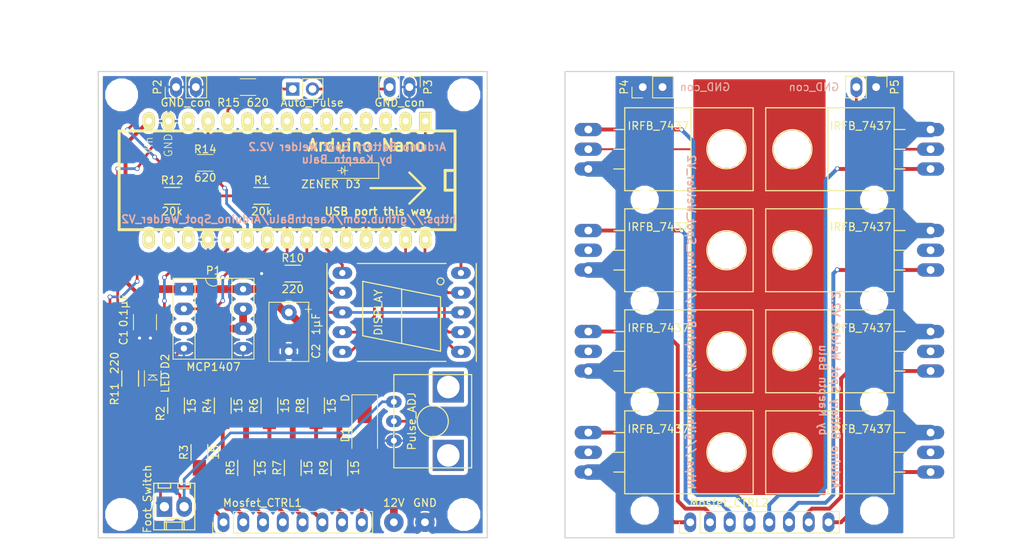
<source format=kicad_pcb>
(kicad_pcb (version 4) (host pcbnew 4.0.4-stable)
  (layers (0 F.Cu signal) (31 B.Cu signal) (34 B.Paste user) (35 F.Paste user) (36 B.SilkS user) (37 F.SilkS user) (38 B.Mask user) (39 F.Mask user) (44 Edge.Cuts user))
  (net 0 "")
  (net 1 /Vin)
  (net 2 GND)
  (net 3 +12V)
  (net 4 "Net-(D2-Pad2)")
  (net 5 /D10)
  (net 6 /D9)
  (net 7 "Net-(DISPLAY1-Pad3)")
  (net 8 /D8)
  (net 9 /D13)
  (net 10 /D7)
  (net 11 /D6)
  (net 12 /D11)
  (net 13 /D12)
  (net 14 "Net-(Foot_Switch1-Pad1)")
  (net 15 +5V)
  (net 16 "Net-(Mosfet_CTRL1-Pad1)")
  (net 17 "Net-(Mosfet_CTRL1-Pad2)")
  (net 18 "Net-(Mosfet_CTRL1-Pad3)")
  (net 19 "Net-(Mosfet_CTRL1-Pad4)")
  (net 20 "Net-(Mosfet_CTRL1-Pad5)")
  (net 21 "Net-(Mosfet_CTRL1-Pad6)")
  (net 22 "Net-(Mosfet_CTRL1-Pad7)")
  (net 23 "Net-(Mosfet_CTRL1-Pad8)")
  (net 24 /D5)
  (net 25 "Net-(P1-Pad6)")
  (net 26 "Net-(P1-Pad3)")
  (net 27 "Net-(R11-Pad2)")
  (net 28 "Net-(U1-Pad2)")
  (net 29 "Net-(U1-Pad3)")
  (net 30 "Net-(U1-Pad5)")
  (net 31 "Net-(U1-Pad6)")
  (net 32 "Net-(U1-Pad7)")
  (net 33 "Net-(U1-Pad8)")
  (net 34 "Net-(U1-Pad9)")
  (net 35 "Net-(U1-Pad10)")
  (net 36 "Net-(U1-Pad13)")
  (net 37 "Net-(U1-Pad16)")
  (net 38 "Net-(U1-Pad17)")
  (net 39 "Net-(U1-Pad18)")
  (net 40 "Net-(Mosfet_CTRL2-Pad1)")
  (net 41 "Net-(Mosfet_CTRL2-Pad2)")
  (net 42 "Net-(Mosfet_CTRL2-Pad3)")
  (net 43 "Net-(Mosfet_CTRL2-Pad4)")
  (net 44 "Net-(Mosfet_CTRL2-Pad5)")
  (net 45 "Net-(Mosfet_CTRL2-Pad6)")
  (net 46 "Net-(Mosfet_CTRL2-Pad7)")
  (net 47 "Net-(Mosfet_CTRL2-Pad8)")
  (net 48 /battery_minus)
  (net 49 /Probe)
  (net 50 /A7)
  (net 51 "Net-(U1-Pad4)")
  (net 52 "Net-(Auto_Pulse1-Pad1)")
  (net 53 "Net-(Auto_Pulse1-Pad2)")
  (net 54 /D3)
  (module pots_own:TO-220__long_Neutral123_Horizontal_LargePads (layer F.Cu) (at 134 80 270)
    (fp_text reference Q5 hide)
    (fp_text value IRFB_7437 (at -3 -8 360) (layer F.SilkS))
    (pad 2 thru_hole oval (at 0 1) (size 3.50012 1.69926) (drill 1.00076) (layers *.Cu *.Mask) (net 49 /Probe))
    (pad 1 thru_hole oval (at -2.54 1) (size 3.50012 1.69926) (drill 1.00076) (layers *.Cu *.Mask) (net 43 "Net-(Mosfet_CTRL2-Pad4)"))
    (pad 3 thru_hole oval (at 2.54 1) (size 3.50012 1.69926) (drill 1.00076) (layers *.Cu *.Mask) (net 48 /battery_minus))
    (pad "" np_thru_hole circle (at 0 -16.764) (size 3.79984 3.79984) (drill 3.79984) (layers *.Cu *.Mask))
  )
  (module Mounting_Holes:MountingHole_2.5mm (layer F.Cu) (at 169.75 86.5)
    (fp_text reference REF** hide)
    (fp_text value 2.6mm)
    (pad "" np_thru_hole circle (at 0 0) (size 2.6 2.6) (drill 2.6) (layers *.Cu *.Mask))
  )
  (module Mounting_Holes:MountingHole_2.5mm (layer F.Cu) (at 169.75 99.5)
    (fp_text reference REF** hide)
    (fp_text value 2.6mm)
    (pad "" np_thru_hole circle (at 0 0) (size 2.6 2.6) (drill 2.6) (layers *.Cu *.Mask))
  )
  (module Mounting_Holes:MountingHole_2.5mm (layer F.Cu) (at 169.75 112.5)
    (fp_text reference REF** hide)
    (fp_text value 2.6mm)
    (pad "" np_thru_hole circle (at 0 0) (size 2.6 2.6) (drill 2.6) (layers *.Cu *.Mask))
  )
  (module Mounting_Holes:MountingHole_2.5mm (layer F.Cu) (at 169.75 126.5)
    (fp_text reference REF** hide)
    (fp_text value 2.6mm)
    (pad "" np_thru_hole circle (at 0 0) (size 2.6 2.6) (drill 2.6) (layers *.Cu *.Mask))
  )
  (module Mounting_Holes:MountingHole_2.5mm (layer F.Cu) (at 140.25 126.5)
    (fp_text reference REF** hide)
    (fp_text value 2.6mm)
    (pad "" np_thru_hole circle (at 0 0) (size 2.6 2.6) (drill 2.6) (layers *.Cu *.Mask))
  )
  (module Mounting_Holes:MountingHole_2.5mm (layer F.Cu) (at 140.25 112.5)
    (fp_text reference REF** hide)
    (fp_text value 2.6mm)
    (pad "" np_thru_hole circle (at 0 0) (size 2.6 2.6) (drill 2.6) (layers *.Cu *.Mask))
  )
  (module Mounting_Holes:MountingHole_2.5mm (layer F.Cu) (at 140.25 99.5)
    (fp_text reference REF** hide)
    (fp_text value 2.6mm)
    (pad "" np_thru_hole circle (at 0 0) (size 2.6 2.6) (drill 2.6) (layers *.Cu *.Mask))
  )
  (module Mounting_Holes:MountingHole_3.2mm_M3 (layer F.Cu) (at 133 127)
    (fp_text reference REF** hide)
    (fp_text value 3.2mm hide)
    (pad 1 np_thru_hole circle (at 0 0) (size 3.2 3.2) (drill 3.2) (layers *.Cu *.Mask))
  )
  (module Mounting_Holes:MountingHole_3.2mm_M3 (layer F.Cu) (at 177 127)
    (fp_text reference REF** hide)
    (fp_text value 3.2mm hide)
    (pad 1 np_thru_hole circle (at 0 0) (size 3.2 3.2) (drill 3.2) (layers *.Cu *.Mask))
  )
  (module Mounting_Holes:MountingHole_3.2mm_M3 (layer F.Cu) (at 177 73)
    (fp_text reference REF** hide)
    (fp_text value 3.2mm hide)
    (pad 1 np_thru_hole circle (at 0 0) (size 3.2 3.2) (drill 3.2) (layers *.Cu *.Mask))
  )
  (module Capacitors_ThroughHole:C_Disc_D7.5mm_W5.0mm_P5.00mm (layer F.Cu) (at 94.5 101 270)
    (fp_text reference C2 (at 5 -3.5 270) (layer F.SilkS))
    (fp_text value 1µF (at 1.5 -3.5 270) (layer F.SilkS))
    (pad 1 thru_hole circle (at 0 0 270) (size 2 2) (drill 1) (layers *.Cu *.Mask) (net 1 /Vin))
    (pad 2 thru_hole circle (at 5 0 270) (size 2 2) (drill 1) (layers *.Cu *.Mask) (net 2 GND))
  )
  (module Displays_7-Segment:7SegmentLED_LTS6760_LTS6780 (layer F.Cu) (at 109 101 90)
    (fp_text reference DISPLAY (at 0 -3 90) (layer F.SilkS))
    (fp_text value 7SEGMENTS)
    (pad 1 thru_hole oval (at -5.08 7.62 90) (size 1.524 2.524) (drill 0.8) (layers *.Cu *.Mask) (net 5 /D10))
    (pad 2 thru_hole oval (at -2.54 7.62 90) (size 1.524 2.524) (drill 0.8) (layers *.Cu *.Mask) (net 6 /D9))
    (pad 3 thru_hole oval (at 0 7.62 90) (size 1.524 2.524) (drill 0.8) (layers *.Cu *.Mask) (net 7 "Net-(DISPLAY1-Pad3)"))
    (pad 4 thru_hole oval (at 2.54 7.62 90) (size 1.524 2.524) (drill 0.8) (layers *.Cu *.Mask) (net 8 /D8))
    (pad 5 thru_hole oval (at 5.08 7.62 90) (size 1.524 2.524) (drill 0.8) (layers *.Cu *.Mask) (net 9 /D13))
    (pad 6 thru_hole oval (at 5.08 -7.62 90) (size 1.524 2.524) (drill 0.8) (layers *.Cu *.Mask) (net 10 /D7))
    (pad 7 thru_hole oval (at 2.54 -7.62 90) (size 1.524 2.524) (drill 0.8) (layers *.Cu *.Mask) (net 11 /D6))
    (pad 8 thru_hole oval (at 0 -7.62 90) (size 1.524 2.524) (drill 0.8) (layers *.Cu *.Mask) (net 7 "Net-(DISPLAY1-Pad3)"))
    (pad 9 thru_hole oval (at -2.54 -7.62 90) (size 1.524 2.524) (drill 0.8) (layers *.Cu *.Mask) (net 12 /D11))
    (pad 10 thru_hole oval (at -5.08 -7.62 90) (size 1.524 2.524) (drill 0.8) (layers *.Cu *.Mask) (net 13 /D12))
  )
  (module Connectors_Molex:Molex_KK-6410-02_02x2.54mm_Straight (layer F.Cu) (at 78.5 126)
    (fp_text reference Foot_Switch (at -2.2 -1 90) (layer F.SilkS))
    (fp_text value CONN_01X02 hide)
    (pad 1 thru_hole rect (at 0 0) (size 2 2.6) (drill 1.2) (layers *.Cu *.Mask) (net 14 "Net-(Foot_Switch1-Pad1)"))
    (pad 2 thru_hole oval (at 2.54 0) (size 2 2.6) (drill 1.2) (layers *.Cu *.Mask) (net 15 +5V))
  )
  (module Housings_DIP:DIP-8_W7.62mm_Socket_LongPads (layer F.Cu) (at 81 98)
    (fp_text reference P1 (at 3.81 -2.39) (layer F.SilkS))
    (fp_text value MCP1407 (at 3.81 10.01) (layer F.SilkS))
    (pad 1 thru_hole rect (at 0 0) (size 2.4 1.6) (drill 0.8) (layers *.Cu *.Mask) (net 1 /Vin))
    (pad 5 thru_hole oval (at 7.62 7.62) (size 2.4 1.6) (drill 0.8) (layers *.Cu *.Mask) (net 2 GND))
    (pad 2 thru_hole oval (at 0 2.54) (size 2.4 1.6) (drill 0.8) (layers *.Cu *.Mask) (net 24 /D5))
    (pad 6 thru_hole oval (at 7.62 5.08) (size 2.4 1.6) (drill 0.8) (layers *.Cu *.Mask) (net 25 "Net-(P1-Pad6)"))
    (pad 3 thru_hole oval (at 0 5.08) (size 2.4 1.6) (drill 0.8) (layers *.Cu *.Mask) (net 26 "Net-(P1-Pad3)"))
    (pad 7 thru_hole oval (at 7.62 2.54) (size 2.4 1.6) (drill 0.8) (layers *.Cu *.Mask) (net 25 "Net-(P1-Pad6)"))
    (pad 4 thru_hole oval (at 0 7.62) (size 2.4 1.6) (drill 0.8) (layers *.Cu *.Mask) (net 2 GND))
    (pad 8 thru_hole oval (at 7.62 0) (size 2.4 1.6) (drill 0.8) (layers *.Cu *.Mask) (net 1 /Vin))
  )
  (module Pin_Headers:Pin_Header_Straight_1x02_Pitch2.54mm (layer F.Cu) (at 80 72 90)
    (fp_text reference P2 (at 0 -2.39 90) (layer F.SilkS))
    (fp_text value GND_con (at -2 1.25 180) (layer F.SilkS))
    (pad 1 thru_hole oval (at 0 0 90) (size 2.52 1.52) (drill 1) (layers *.Cu *.Mask) (net 2 GND))
    (pad 2 thru_hole oval (at 0 2.54 90) (size 2.52 1.52) (drill 1) (layers *.Cu *.Mask) (net 2 GND))
  )
  (module Pin_Headers:Pin_Header_Straight_1x02_Pitch2.54mm (layer F.Cu) (at 110 72 270)
    (fp_text reference P3 (at 0 -2.39 270) (layer F.SilkS))
    (fp_text value GND_con (at 2 1.25 360) (layer F.SilkS))
    (pad 1 thru_hole oval (at 0 0 270) (size 2.52 1.52) (drill 1) (layers *.Cu *.Mask) (net 2 GND))
    (pad 2 thru_hole oval (at 0 2.54 270) (size 2.52 1.52) (drill 1) (layers *.Cu *.Mask) (net 53 "Net-(Auto_Pulse1-Pad2)"))
  )
  (module pots_own:RK09K1130A5R (layer F.Cu) (at 108 115 270)
    (fp_text reference Pulse_ADJ (at 0 -2.3 270) (layer F.SilkS))
    (fp_text value POT)
    (pad 1 thru_hole oval (at -2.5 0 270) (size 1.524 2) (drill 0.762) (layers *.Cu *.Mask) (net 15 +5V))
    (pad 2 thru_hole oval (at 0 0 270) (size 1.524 2) (drill 0.762) (layers *.Cu *.Mask) (net 50 /A7))
    (pad 3 thru_hole oval (at 2.5 0 270) (size 1.524 2) (drill 0.762) (layers *.Cu *.Mask) (net 2 GND))
    (pad "" np_thru_hole rect (at 4.4 -7 270) (size 4 4) (drill 2.9) (layers *.Cu *.Mask))
    (pad "" np_thru_hole rect (at -4.4 -7 270) (size 4 4) (drill 2.9) (layers *.Cu *.Mask))
  )
  (module Resistors_SMD:R_1206_HandSoldering (layer F.Cu) (at 91 86)
    (fp_text reference R1 (at 0 -2) (layer F.SilkS))
    (fp_text value 20k (at 0 2) (layer F.SilkS))
    (pad 1 smd rect (at -2 0) (size 2 1.7) (layers F.Cu F.Paste F.Mask) (net 2 GND))
    (pad 2 smd rect (at 2 0) (size 2 1.7) (layers F.Cu F.Paste F.Mask) (net 24 /D5))
  )
  (module Resistors_SMD:R_1206_HandSoldering (layer F.Cu) (at 80 113 90)
    (fp_text reference R2 (at -1 -2 90) (layer F.SilkS))
    (fp_text value 15 (at 0 2 90) (layer F.SilkS))
    (pad 1 smd rect (at -2 0 90) (size 2 1.7) (layers F.Cu F.Paste F.Mask) (net 16 "Net-(Mosfet_CTRL1-Pad1)"))
    (pad 2 smd rect (at 2 0 90) (size 2 1.7) (layers F.Cu F.Paste F.Mask) (net 25 "Net-(P1-Pad6)"))
  )
  (module Resistors_SMD:R_1206_HandSoldering (layer F.Cu) (at 83 119 90)
    (fp_text reference R3 (at 0 -2 90) (layer F.SilkS))
    (fp_text value 15 (at 0 2 90) (layer F.SilkS))
    (pad 1 smd rect (at -2 0 90) (size 2 1.7) (layers F.Cu F.Paste F.Mask) (net 17 "Net-(Mosfet_CTRL1-Pad2)"))
    (pad 2 smd rect (at 2 0 90) (size 2 1.7) (layers F.Cu F.Paste F.Mask) (net 25 "Net-(P1-Pad6)"))
  )
  (module Resistors_SMD:R_1206_HandSoldering (layer F.Cu) (at 86 113 90)
    (fp_text reference R4 (at 0 -2 90) (layer F.SilkS))
    (fp_text value 15 (at 0 2 90) (layer F.SilkS))
    (pad 1 smd rect (at -2 0 90) (size 2 1.7) (layers F.Cu F.Paste F.Mask) (net 18 "Net-(Mosfet_CTRL1-Pad3)"))
    (pad 2 smd rect (at 2 0 90) (size 2 1.7) (layers F.Cu F.Paste F.Mask) (net 25 "Net-(P1-Pad6)"))
  )
  (module Resistors_SMD:R_1206_HandSoldering (layer F.Cu) (at 89 121 90)
    (fp_text reference R5 (at 0 -2 90) (layer F.SilkS))
    (fp_text value 15 (at 0 2 90) (layer F.SilkS))
    (pad 1 smd rect (at -2 0 90) (size 2 1.7) (layers F.Cu F.Paste F.Mask) (net 19 "Net-(Mosfet_CTRL1-Pad4)"))
    (pad 2 smd rect (at 2 0 90) (size 2 1.7) (layers F.Cu F.Paste F.Mask) (net 25 "Net-(P1-Pad6)"))
  )
  (module Resistors_SMD:R_1206_HandSoldering (layer F.Cu) (at 92 113 90)
    (fp_text reference R6 (at 0 -2 90) (layer F.SilkS))
    (fp_text value 15 (at 0 2 90) (layer F.SilkS))
    (pad 1 smd rect (at -2 0 90) (size 2 1.7) (layers F.Cu F.Paste F.Mask) (net 20 "Net-(Mosfet_CTRL1-Pad5)"))
    (pad 2 smd rect (at 2 0 90) (size 2 1.7) (layers F.Cu F.Paste F.Mask) (net 25 "Net-(P1-Pad6)"))
  )
  (module Resistors_SMD:R_1206_HandSoldering (layer F.Cu) (at 95 121 90)
    (fp_text reference R7 (at 0 -2 90) (layer F.SilkS))
    (fp_text value 15 (at 0 2 90) (layer F.SilkS))
    (pad 1 smd rect (at -2 0 90) (size 2 1.7) (layers F.Cu F.Paste F.Mask) (net 21 "Net-(Mosfet_CTRL1-Pad6)"))
    (pad 2 smd rect (at 2 0 90) (size 2 1.7) (layers F.Cu F.Paste F.Mask) (net 25 "Net-(P1-Pad6)"))
  )
  (module Resistors_SMD:R_1206_HandSoldering (layer F.Cu) (at 98 113 90)
    (fp_text reference R8 (at 0 -2 90) (layer F.SilkS))
    (fp_text value 15 (at 0 2 90) (layer F.SilkS))
    (pad 1 smd rect (at -2 0 90) (size 2 1.7) (layers F.Cu F.Paste F.Mask) (net 22 "Net-(Mosfet_CTRL1-Pad7)"))
    (pad 2 smd rect (at 2 0 90) (size 2 1.7) (layers F.Cu F.Paste F.Mask) (net 25 "Net-(P1-Pad6)"))
  )
  (module Resistors_SMD:R_1206_HandSoldering (layer F.Cu) (at 101 121 90)
    (fp_text reference R9 (at 0 -2 90) (layer F.SilkS))
    (fp_text value 15 (at 0 2 90) (layer F.SilkS))
    (pad 1 smd rect (at -2 0 90) (size 2 1.7) (layers F.Cu F.Paste F.Mask) (net 23 "Net-(Mosfet_CTRL1-Pad8)"))
    (pad 2 smd rect (at 2 0 90) (size 2 1.7) (layers F.Cu F.Paste F.Mask) (net 25 "Net-(P1-Pad6)"))
  )
  (module Resistors_SMD:R_1206_HandSoldering (layer F.Cu) (at 95 96)
    (fp_text reference R10 (at 0 -2) (layer F.SilkS))
    (fp_text value 220 (at 0 2) (layer F.SilkS))
    (pad 1 smd rect (at -2 0) (size 2 1.7) (layers F.Cu F.Paste F.Mask) (net 2 GND))
    (pad 2 smd rect (at 2 0) (size 2 1.7) (layers F.Cu F.Paste F.Mask) (net 7 "Net-(DISPLAY1-Pad3)"))
  )
  (module Resistors_SMD:R_1206_HandSoldering (layer F.Cu) (at 74.1 109.5 90)
    (fp_text reference R11 (at -2 -2 90) (layer F.SilkS))
    (fp_text value 220 (at 2 -2 90) (layer F.SilkS))
    (pad 1 smd rect (at -2 0 90) (size 2 1.7) (layers F.Cu F.Paste F.Mask) (net 4 "Net-(D2-Pad2)"))
    (pad 2 smd rect (at 2 0 90) (size 2 1.7) (layers F.Cu F.Paste F.Mask) (net 27 "Net-(R11-Pad2)"))
  )
  (module Resistors_SMD:R_1206_HandSoldering (layer F.Cu) (at 79.5 86 180)
    (fp_text reference R12 (at 0 2 180) (layer F.SilkS))
    (fp_text value 20k (at 0 -2 180) (layer F.SilkS))
    (pad 1 smd rect (at -2 0 180) (size 2 1.7) (layers F.Cu F.Paste F.Mask) (net 2 GND))
    (pad 2 smd rect (at 2 0 180) (size 2 1.7) (layers F.Cu F.Paste F.Mask) (net 14 "Net-(Foot_Switch1-Pad1)"))
  )
  (module arduino:arduino_mini (layer F.Cu) (at 93 84 180)
    (fp_text reference U1 hide)
    (fp_text value arduino_nano hide)
    (pad 1 thru_hole rect (at -19.05 7.62 180) (size 1.5748 2.286) (drill 0.8128) (layers *.Cu *.Mask F.SilkS) (net 9 /D13))
    (pad 2 thru_hole oval (at -16.51 7.62 180) (size 1.5748 2.286) (drill 0.8128) (layers *.Cu *.Mask F.SilkS) (net 28 "Net-(U1-Pad2)"))
    (pad 3 thru_hole oval (at -13.97 7.62 180) (size 1.5748 2.286) (drill 0.8128) (layers *.Cu *.Mask F.SilkS) (net 29 "Net-(U1-Pad3)"))
    (pad 4 thru_hole oval (at -11.43 7.62 180) (size 1.5748 2.286) (drill 0.8128) (layers *.Cu *.Mask F.SilkS) (net 51 "Net-(U1-Pad4)"))
    (pad 5 thru_hole oval (at -8.89 7.62 180) (size 1.5748 2.286) (drill 0.8128) (layers *.Cu *.Mask F.SilkS) (net 30 "Net-(U1-Pad5)"))
    (pad 6 thru_hole oval (at -6.35 7.62 180) (size 1.5748 2.286) (drill 0.8128) (layers *.Cu *.Mask F.SilkS) (net 31 "Net-(U1-Pad6)"))
    (pad 7 thru_hole oval (at -3.81 7.62 180) (size 1.5748 2.286) (drill 0.8128) (layers *.Cu *.Mask F.SilkS) (net 32 "Net-(U1-Pad7)"))
    (pad 8 thru_hole oval (at -1.27 7.62 180) (size 1.5748 2.286) (drill 0.8128) (layers *.Cu *.Mask F.SilkS) (net 33 "Net-(U1-Pad8)"))
    (pad 9 thru_hole oval (at 1.27 7.62 180) (size 1.5748 2.286) (drill 0.8128) (layers *.Cu *.Mask F.SilkS) (net 34 "Net-(U1-Pad9)"))
    (pad 10 thru_hole oval (at 3.81 7.62 180) (size 1.5748 2.286) (drill 0.8128) (layers *.Cu *.Mask F.SilkS) (net 35 "Net-(U1-Pad10)"))
    (pad 11 thru_hole oval (at 6.35 7.62 180) (size 1.5748 2.286) (drill 0.8128) (layers *.Cu *.Mask F.SilkS) (net 50 /A7))
    (pad 12 thru_hole oval (at 8.89 7.62 180) (size 1.5748 2.286) (drill 0.8128) (layers *.Cu *.Mask F.SilkS) (net 15 +5V))
    (pad 13 thru_hole oval (at 11.43 7.62 180) (size 1.5748 2.286) (drill 0.8128) (layers *.Cu *.Mask F.SilkS) (net 36 "Net-(U1-Pad13)"))
    (pad 14 thru_hole oval (at 13.97 7.62 180) (size 1.5748 2.286) (drill 0.8128) (layers *.Cu *.Mask F.SilkS) (net 2 GND))
    (pad 15 thru_hole oval (at 16.51 7.62 180) (size 1.5748 2.286) (drill 0.8128) (layers *.Cu *.Mask F.SilkS) (net 1 /Vin))
    (pad 16 thru_hole oval (at 16.51 -7.62 180) (size 1.5748 2.286) (drill 0.8128) (layers *.Cu *.Mask F.SilkS) (net 37 "Net-(U1-Pad16)"))
    (pad 17 thru_hole oval (at 13.97 -7.62 180) (size 1.5748 2.286) (drill 0.8128) (layers *.Cu *.Mask F.SilkS) (net 38 "Net-(U1-Pad17)"))
    (pad 18 thru_hole oval (at 11.43 -7.62 180) (size 1.5748 2.286) (drill 0.8128) (layers *.Cu *.Mask F.SilkS) (net 39 "Net-(U1-Pad18)"))
    (pad 19 thru_hole oval (at 8.89 -7.62 180) (size 1.5748 2.286) (drill 0.8128) (layers *.Cu *.Mask F.SilkS) (net 2 GND))
    (pad 20 thru_hole oval (at 6.35 -7.62 180) (size 1.5748 2.286) (drill 0.8128) (layers *.Cu *.Mask F.SilkS) (net 14 "Net-(Foot_Switch1-Pad1)"))
    (pad 21 thru_hole oval (at 3.81 -7.62 180) (size 1.5748 2.286) (drill 0.8128) (layers *.Cu *.Mask F.SilkS) (net 54 /D3))
    (pad 22 thru_hole oval (at 1.27 -7.62 180) (size 1.5748 2.286) (drill 0.8128) (layers *.Cu *.Mask F.SilkS) (net 27 "Net-(R11-Pad2)"))
    (pad 23 thru_hole oval (at -1.27 -7.62 180) (size 1.5748 2.286) (drill 0.8128) (layers *.Cu *.Mask F.SilkS) (net 24 /D5))
    (pad 24 thru_hole oval (at -3.81 -7.62 180) (size 1.5748 2.286) (drill 0.8128) (layers *.Cu *.Mask F.SilkS) (net 11 /D6))
    (pad 25 thru_hole oval (at -6.35 -7.62 180) (size 1.5748 2.286) (drill 0.8128) (layers *.Cu *.Mask F.SilkS) (net 10 /D7))
    (pad 26 thru_hole oval (at -8.89 -7.62 180) (size 1.5748 2.286) (drill 0.8128) (layers *.Cu *.Mask F.SilkS) (net 8 /D8))
    (pad 27 thru_hole oval (at -11.43 -7.62 180) (size 1.5748 2.286) (drill 0.8128) (layers *.Cu *.Mask F.SilkS) (net 6 /D9))
    (pad 28 thru_hole oval (at -13.97 -7.62 180) (size 1.5748 2.286) (drill 0.8128) (layers *.Cu *.Mask F.SilkS) (net 5 /D10))
    (pad 29 thru_hole oval (at -16.51 -7.62 180) (size 1.5748 2.286) (drill 0.8128) (layers *.Cu *.Mask F.SilkS) (net 12 /D11))
    (pad 30 thru_hole oval (at -19.05 -7.62 180) (size 1.5748 2.286) (drill 0.8128) (layers *.Cu *.Mask F.SilkS) (net 13 /D12))
  )
  (module Mounting_Holes:MountingHole_3.2mm_M3 (layer F.Cu) (at 73 73)
    (fp_text reference REF** hide)
    (fp_text value 3.2mm hide)
    (pad 1 np_thru_hole circle (at 0 0) (size 3.2 3.2) (drill 3.2) (layers *.Cu *.Mask))
  )
  (module Mounting_Holes:MountingHole_3.2mm_M3 (layer F.Cu) (at 117 73)
    (fp_text reference REF** hide)
    (fp_text value 3.2mm hide)
    (pad 1 np_thru_hole circle (at 0 0) (size 3.2 3.2) (drill 3.2) (layers *.Cu *.Mask))
  )
  (module Mounting_Holes:MountingHole_3.2mm_M3 (layer F.Cu) (at 73 127)
    (fp_text reference REF** hide)
    (fp_text value 3.2mm hide)
    (pad 1 np_thru_hole circle (at 0 0) (size 3.2 3.2) (drill 3.2) (layers *.Cu *.Mask))
  )
  (module Mounting_Holes:MountingHole_3.2mm_M3 (layer F.Cu) (at 117 127)
    (fp_text reference REF** hide)
    (fp_text value 3.2mm hide)
    (pad 1 np_thru_hole circle (at 0 0) (size 3.2 3.2) (drill 3.2) (layers *.Cu *.Mask))
  )
  (module Wire_Pads:SolderWirePad_single_1mmDrill (layer F.Cu) (at 112 128)
    (fp_text reference W1 hide)
    (fp_text value GND (at 0 -2.5) (layer F.SilkS))
    (pad 1 thru_hole circle (at 0 0) (size 2.49936 2.49936) (drill 1.00076) (layers *.Cu *.Mask) (net 2 GND))
  )
  (module Wire_Pads:SolderWirePad_single_1mmDrill (layer F.Cu) (at 108 128)
    (fp_text reference W2 hide)
    (fp_text value 12V (at 0 -2.5) (layer F.SilkS))
    (pad 1 thru_hole circle (at 0 0) (size 2.49936 2.49936) (drill 1.00076) (layers *.Cu *.Mask) (net 3 +12V))
  )
  (module Pin_Headers:Pin_Header_Straight_1x02_Pitch2.54mm (layer F.Cu) (at 140 72 90)
    (fp_text reference P4 (at 0 -2.39 90) (layer F.SilkS))
    (fp_text value GND_con (at 0 8 180) (layer B.SilkS) (effects (justify mirror)))
    (pad 1 thru_hole oval (at 0 0 90) (size 2.52 1.52) (drill 1) (layers *.Cu *.Mask) (net 48 /battery_minus))
    (pad 2 thru_hole oval (at 0 2.54 90) (size 2.52 1.52) (drill 1) (layers *.Cu *.Mask) (net 48 /battery_minus))
  )
  (module Pin_Headers:Pin_Header_Straight_1x02_Pitch2.54mm (layer F.Cu) (at 170 72 270)
    (fp_text reference P5 (at 0 -2.39 270) (layer F.SilkS))
    (fp_text value GND_con (at 0 8 360) (layer B.SilkS) (effects (justify mirror)))
    (pad 1 thru_hole oval (at 0 0 270) (size 2.52 1.52) (drill 1) (layers *.Cu *.Mask) (net 48 /battery_minus))
    (pad 2 thru_hole oval (at 0 2.54 270) (size 2.52 1.52) (drill 1) (layers *.Cu *.Mask) (net 49 /Probe))
  )
  (module Mounting_Holes:MountingHole_3.2mm_M3 (layer F.Cu) (at 133 73)
    (fp_text reference REF** hide)
    (fp_text value 3.2mm hide)
    (pad 1 np_thru_hole circle (at 0 0) (size 3.2 3.2) (drill 3.2) (layers *.Cu *.Mask))
  )
  (module Mounting_Holes:MountingHole_2.5mm (layer F.Cu) (at 140.25 86.5)
    (fp_text reference REF** hide)
    (fp_text value 2.6mm)
    (pad "" np_thru_hole circle (at 0 0) (size 2.6 2.6) (drill 2.6) (layers *.Cu *.Mask))
  )
  (module pots_own:TO-220__long_Neutral123_Horizontal_LargePads (layer F.Cu) (at 176 119 90)
    (fp_text reference Q1 hide)
    (fp_text value IRFB_7437 (at 3 -8 180) (layer F.SilkS))
    (pad 2 thru_hole oval (at 0 1 180) (size 3.50012 1.69926) (drill 1.00076) (layers *.Cu *.Mask) (net 49 /Probe))
    (pad 1 thru_hole oval (at -2.54 1 180) (size 3.50012 1.69926) (drill 1.00076) (layers *.Cu *.Mask) (net 47 "Net-(Mosfet_CTRL2-Pad8)"))
    (pad 3 thru_hole oval (at 2.54 1 180) (size 3.50012 1.69926) (drill 1.00076) (layers *.Cu *.Mask) (net 48 /battery_minus))
    (pad "" np_thru_hole circle (at 0 -16.764 180) (size 3.79984 3.79984) (drill 3.79984) (layers *.Cu *.Mask))
  )
  (module pots_own:TO-220__long_Neutral123_Horizontal_LargePads (layer F.Cu) (at 176 106 90)
    (fp_text reference Q2 hide)
    (fp_text value IRFB_7437 (at 3 -8 180) (layer F.SilkS))
    (pad 2 thru_hole oval (at 0 1 180) (size 3.50012 1.69926) (drill 1.00076) (layers *.Cu *.Mask) (net 49 /Probe))
    (pad 1 thru_hole oval (at -2.54 1 180) (size 3.50012 1.69926) (drill 1.00076) (layers *.Cu *.Mask) (net 46 "Net-(Mosfet_CTRL2-Pad7)"))
    (pad 3 thru_hole oval (at 2.54 1 180) (size 3.50012 1.69926) (drill 1.00076) (layers *.Cu *.Mask) (net 48 /battery_minus))
    (pad "" np_thru_hole circle (at 0 -16.764 180) (size 3.79984 3.79984) (drill 3.79984) (layers *.Cu *.Mask))
  )
  (module pots_own:TO-220__long_Neutral123_Horizontal_LargePads (layer F.Cu) (at 176 93 90)
    (fp_text reference Q3 hide)
    (fp_text value IRFB_7437 (at 3 -8 180) (layer F.SilkS))
    (pad 2 thru_hole oval (at 0 1 180) (size 3.50012 1.69926) (drill 1.00076) (layers *.Cu *.Mask) (net 49 /Probe))
    (pad 1 thru_hole oval (at -2.54 1 180) (size 3.50012 1.69926) (drill 1.00076) (layers *.Cu *.Mask) (net 45 "Net-(Mosfet_CTRL2-Pad6)"))
    (pad 3 thru_hole oval (at 2.54 1 180) (size 3.50012 1.69926) (drill 1.00076) (layers *.Cu *.Mask) (net 48 /battery_minus))
    (pad "" np_thru_hole circle (at 0 -16.764 180) (size 3.79984 3.79984) (drill 3.79984) (layers *.Cu *.Mask))
  )
  (module pots_own:TO-220__long_Neutral123_Horizontal_LargePads (layer F.Cu) (at 176 80 90)
    (fp_text reference Q4 hide)
    (fp_text value IRFB_7437 (at 3 -8 180) (layer F.SilkS))
    (pad 2 thru_hole oval (at 0 1 180) (size 3.50012 1.69926) (drill 1.00076) (layers *.Cu *.Mask) (net 49 /Probe))
    (pad 1 thru_hole oval (at -2.54 1 180) (size 3.50012 1.69926) (drill 1.00076) (layers *.Cu *.Mask) (net 44 "Net-(Mosfet_CTRL2-Pad5)"))
    (pad 3 thru_hole oval (at 2.54 1 180) (size 3.50012 1.69926) (drill 1.00076) (layers *.Cu *.Mask) (net 48 /battery_minus))
    (pad "" np_thru_hole circle (at 0 -16.764 180) (size 3.79984 3.79984) (drill 3.79984) (layers *.Cu *.Mask))
  )
  (module pots_own:TO-220__long_Neutral123_Horizontal_LargePads (layer F.Cu) (at 134 93 270)
    (fp_text reference Q6 hide)
    (fp_text value IRFB_7437 (at -3 -8 360) (layer F.SilkS))
    (pad 2 thru_hole oval (at 0 1) (size 3.50012 1.69926) (drill 1.00076) (layers *.Cu *.Mask) (net 49 /Probe))
    (pad 1 thru_hole oval (at -2.54 1) (size 3.50012 1.69926) (drill 1.00076) (layers *.Cu *.Mask) (net 42 "Net-(Mosfet_CTRL2-Pad3)"))
    (pad 3 thru_hole oval (at 2.54 1) (size 3.50012 1.69926) (drill 1.00076) (layers *.Cu *.Mask) (net 48 /battery_minus))
    (pad "" np_thru_hole circle (at 0 -16.764) (size 3.79984 3.79984) (drill 3.79984) (layers *.Cu *.Mask))
  )
  (module pots_own:TO-220__long_Neutral123_Horizontal_LargePads (layer F.Cu) (at 134 106 270)
    (fp_text reference Q7 hide)
    (fp_text value IRFB_7437 (at -3 -8 360) (layer F.SilkS))
    (pad 2 thru_hole oval (at 0 1) (size 3.50012 1.69926) (drill 1.00076) (layers *.Cu *.Mask) (net 49 /Probe))
    (pad 1 thru_hole oval (at -2.54 1) (size 3.50012 1.69926) (drill 1.00076) (layers *.Cu *.Mask) (net 41 "Net-(Mosfet_CTRL2-Pad2)"))
    (pad 3 thru_hole oval (at 2.54 1) (size 3.50012 1.69926) (drill 1.00076) (layers *.Cu *.Mask) (net 48 /battery_minus))
    (pad "" np_thru_hole circle (at 0 -16.764) (size 3.79984 3.79984) (drill 3.79984) (layers *.Cu *.Mask))
  )
  (module pots_own:TO-220__long_Neutral123_Horizontal_LargePads (layer F.Cu) (at 134 119 270)
    (fp_text reference Q8 hide)
    (fp_text value IRFB_7437 (at -3 -8 360) (layer F.SilkS))
    (pad 2 thru_hole oval (at 0 1) (size 3.50012 1.69926) (drill 1.00076) (layers *.Cu *.Mask) (net 49 /Probe))
    (pad 1 thru_hole oval (at -2.54 1) (size 3.50012 1.69926) (drill 1.00076) (layers *.Cu *.Mask) (net 40 "Net-(Mosfet_CTRL2-Pad1)"))
    (pad 3 thru_hole oval (at 2.54 1) (size 3.50012 1.69926) (drill 1.00076) (layers *.Cu *.Mask) (net 48 /battery_minus))
    (pad "" np_thru_hole circle (at 0 -16.764) (size 3.79984 3.79984) (drill 3.79984) (layers *.Cu *.Mask))
  )
  (module pots_own:Pin_Header_Straight_1x08_Pitch2.54mm_Large_Pads (layer F.Cu) (at 86.1 128 90)
    (fp_text reference Mosfet_CTRL1 (at 2.5 5 180) (layer F.SilkS))
    (fp_text value CONN_01X08)
    (pad 1 thru_hole oval (at 0 0 90) (size 2.52 1.52) (drill 1) (layers *.Cu *.Mask) (net 16 "Net-(Mosfet_CTRL1-Pad1)"))
    (pad 2 thru_hole oval (at 0 2.54 90) (size 2.52 1.52) (drill 1) (layers *.Cu *.Mask) (net 17 "Net-(Mosfet_CTRL1-Pad2)"))
    (pad 3 thru_hole oval (at 0 5.08 90) (size 2.52 1.52) (drill 1) (layers *.Cu *.Mask) (net 18 "Net-(Mosfet_CTRL1-Pad3)"))
    (pad 4 thru_hole oval (at 0 7.62 90) (size 2.52 1.52) (drill 1) (layers *.Cu *.Mask) (net 19 "Net-(Mosfet_CTRL1-Pad4)"))
    (pad 5 thru_hole oval (at 0 10.16 90) (size 2.52 1.52) (drill 1) (layers *.Cu *.Mask) (net 20 "Net-(Mosfet_CTRL1-Pad5)"))
    (pad 6 thru_hole oval (at 0 12.7 90) (size 2.52 1.52) (drill 1) (layers *.Cu *.Mask) (net 21 "Net-(Mosfet_CTRL1-Pad6)"))
    (pad 7 thru_hole oval (at 0 15.24 90) (size 2.52 1.52) (drill 1) (layers *.Cu *.Mask) (net 22 "Net-(Mosfet_CTRL1-Pad7)"))
    (pad 8 thru_hole oval (at 0 17.78 90) (size 2.52 1.52) (drill 1) (layers *.Cu *.Mask) (net 23 "Net-(Mosfet_CTRL1-Pad8)"))
  )
  (module pots_own:Pin_Header_Straight_1x08_Pitch2.54mm_Large_Pads (layer F.Cu) (at 146.1 128 90)
    (fp_text reference Mosfet_CTRL2 (at 2.5 5 180) (layer F.SilkS))
    (fp_text value CONN_01X08)
    (pad 1 thru_hole oval (at 0 0 90) (size 2.52 1.52) (drill 1) (layers *.Cu *.Mask) (net 40 "Net-(Mosfet_CTRL2-Pad1)"))
    (pad 2 thru_hole oval (at 0 2.54 90) (size 2.52 1.52) (drill 1) (layers *.Cu *.Mask) (net 41 "Net-(Mosfet_CTRL2-Pad2)"))
    (pad 3 thru_hole oval (at 0 5.08 90) (size 2.52 1.52) (drill 1) (layers *.Cu *.Mask) (net 42 "Net-(Mosfet_CTRL2-Pad3)"))
    (pad 4 thru_hole oval (at 0 7.62 90) (size 2.52 1.52) (drill 1) (layers *.Cu *.Mask) (net 43 "Net-(Mosfet_CTRL2-Pad4)"))
    (pad 5 thru_hole oval (at 0 10.16 90) (size 2.52 1.52) (drill 1) (layers *.Cu *.Mask) (net 44 "Net-(Mosfet_CTRL2-Pad5)"))
    (pad 6 thru_hole oval (at 0 12.7 90) (size 2.52 1.52) (drill 1) (layers *.Cu *.Mask) (net 45 "Net-(Mosfet_CTRL2-Pad6)"))
    (pad 7 thru_hole oval (at 0 15.24 90) (size 2.52 1.52) (drill 1) (layers *.Cu *.Mask) (net 46 "Net-(Mosfet_CTRL2-Pad7)"))
    (pad 8 thru_hole oval (at 0 17.78 90) (size 2.52 1.52) (drill 1) (layers *.Cu *.Mask) (net 47 "Net-(Mosfet_CTRL2-Pad8)"))
  )
  (module Resistors_SMD:R_1206_HandSoldering (layer F.Cu) (at 77 109.5 270)
    (fp_text reference D2 (at -2.2 -1.6 270) (layer F.SilkS))
    (fp_text value LED (at 0.5 -1.6 270) (layer F.SilkS))
    (pad 1 smd rect (at -2 0 270) (size 2 1.7) (layers F.Cu F.Paste F.Mask) (net 2 GND))
    (pad 2 smd rect (at 2 0 270) (size 2 1.7) (layers F.Cu F.Paste F.Mask) (net 4 "Net-(D2-Pad2)"))
  )
  (module Capacitors_SMD:C_1210_HandSoldering (layer F.Cu) (at 76 102.25 270)
    (fp_text reference C1 (at 2 2.75 270) (layer F.SilkS))
    (fp_text value 0.1µF (at -1.5 2.75 270) (layer F.SilkS))
    (pad 1 smd rect (at -2 0 270) (size 2 2.5) (layers F.Cu F.Paste F.Mask) (net 1 /Vin))
    (pad 2 smd rect (at 2 0 270) (size 2 2.5) (layers F.Cu F.Paste F.Mask) (net 2 GND))
  )
  (module Diodes_SMD:D_SMA_Handsoldering (layer F.Cu) (at 104.25 116 270)
    (fp_text reference D1 (at 0.75 2.5 270) (layer F.SilkS))
    (fp_text value D (at -4 2.5 270) (layer F.SilkS))
    (pad 1 smd rect (at -2.5 0 270) (size 3.5 1.8) (layers F.Cu F.Paste F.Mask) (net 1 /Vin))
    (pad 2 smd rect (at 2.5 0 270) (size 3.5 1.8) (layers F.Cu F.Paste F.Mask) (net 3 +12V))
  )
  (module Pin_Headers:Pin_Header_Straight_1x02_Pitch2.54mm (layer F.Cu) (at 95 72.25 90)
    (fp_text reference Auto_Pulse (at -1.75 2.5 180) (layer F.SilkS))
    (fp_text value Jumper hide)
    (pad 1 thru_hole rect (at 0 0 90) (size 1.7 1.7) (drill 1) (layers *.Cu *.Mask) (net 52 "Net-(Auto_Pulse1-Pad1)"))
    (pad 2 thru_hole oval (at 0 2.54 90) (size 1.7 1.7) (drill 1) (layers *.Cu *.Mask) (net 53 "Net-(Auto_Pulse1-Pad2)"))
  )
  (module Resistors_SMD:R_1206_HandSoldering (layer F.Cu) (at 83.75 81.75)
    (fp_text reference R14 (at 0 -1.75) (layer F.SilkS))
    (fp_text value 620 (at 0 1.9) (layer F.SilkS))
    (pad 1 smd rect (at -2 0) (size 2 1.7) (layers F.Cu F.Paste F.Mask) (net 52 "Net-(Auto_Pulse1-Pad1)"))
    (pad 2 smd rect (at 2 0) (size 2 1.7) (layers F.Cu F.Paste F.Mask) (net 54 /D3))
  )
  (module Resistors_SMD:R_1206_HandSoldering (layer F.Cu) (at 89.25 72 180)
    (fp_text reference R15 (at 2.5 -2 180) (layer F.SilkS))
    (fp_text value 620 (at -1.25 -2 180) (layer F.SilkS))
    (pad 1 smd rect (at -2 0 180) (size 2 1.7) (layers F.Cu F.Paste F.Mask) (net 52 "Net-(Auto_Pulse1-Pad1)"))
    (pad 2 smd rect (at 2 0 180) (size 2 1.7) (layers F.Cu F.Paste F.Mask) (net 2 GND))
  )
  (module Diodes_SMD:D_MiniMELF_Handsoldering (layer F.Cu) (at 101.5 82.75 180)
    (fp_text reference D3 (at -1.25 -1.75 180) (layer F.SilkS))
    (fp_text value ZENER (at 3 -1.75 180) (layer F.SilkS))
    (pad 1 smd rect (at -2.75 0 180) (size 3.3 1.7) (layers F.Cu F.Paste F.Mask) (net 54 /D3))
    (pad 2 smd rect (at 2.75 0 180) (size 3.3 1.7) (layers F.Cu F.Paste F.Mask) (net 2 GND))
  )
  (gr_line (start 101.7 82.75) (end 101.7 83.3) (angle 90) (layer F.SilkS) (width 0.1))
  (gr_line (start 101.7 82.75) (end 101.7 82.2) (angle 90) (layer F.SilkS) (width 0.1))
  (gr_line (start 101.7 82.75) (end 102.1 82.75) (angle 90) (layer F.SilkS) (width 0.1))
  (gr_line (start 101.25 82.35) (end 101.25 82.75) (angle 90) (layer F.SilkS) (width 0.1))
  (gr_line (start 101.65 82.75) (end 101.25 82.35) (angle 90) (layer F.SilkS) (width 0.1))
  (gr_line (start 101.25 83.15) (end 101.65 82.75) (angle 90) (layer F.SilkS) (width 0.1))
  (gr_line (start 101.25 82.75) (end 101.25 83.15) (angle 90) (layer F.SilkS) (width 0.1))
  (gr_line (start 100.75 82.75) (end 101.25 82.75) (angle 90) (layer F.SilkS) (width 0.1))
  (gr_line (start 96.6 100.6) (end 97.4 100.6) (angle 90) (layer F.SilkS) (width 0.1))
  (gr_line (start 97 100.2) (end 97 101) (angle 90) (layer F.SilkS) (width 0.1))
  (gr_text GND (at 79 79.5 90) (layer F.SilkS) (effects (font (size 1 1) (thickness 0.1))))
  (gr_text Vin (at 76.5 79.5 90) (layer F.SilkS) (effects (font (size 1 1) (thickness 0.1))))
  (gr_line (start 112 85) (end 110 87) (angle 90) (layer F.SilkS) (width 0.3))
  (gr_line (start 110 83) (end 112 85) (angle 90) (layer F.SilkS) (width 0.3))
  (gr_line (start 112 85) (end 105 85) (angle 90) (layer F.SilkS) (width 0.3))
  (gr_text "USB port this way" (at 106 88) (layer F.SilkS) (effects (font (size 1 1) (thickness 0.2))))
  (gr_line (start 76.45 109.05) (end 77.5 109.05) (angle 90) (layer F.SilkS) (width 0.1))
  (gr_line (start 77.6 109.7) (end 77.45 109.7) (angle 90) (layer F.SilkS) (width 0.1))
  (gr_line (start 77 109.1) (end 77.6 109.7) (angle 90) (layer F.SilkS) (width 0.1))
  (gr_line (start 76.4 109.7) (end 77.55 109.7) (angle 90) (layer F.SilkS) (width 0.1))
  (gr_line (start 77 109.1) (end 76.4 109.7) (angle 90) (layer F.SilkS) (width 0.1))
  (gr_line (start 76.6 109.05) (end 77.4 109.05) (angle 90) (layer F.SilkS) (width 0.1))
  (gr_text https://github.com/KaeptnBalu/Arduino_Spot_Welder_V2 (at 146.25 102.25 270) (layer B.SilkS) (effects (font (size 1 1) (thickness 0.2)) (justify mirror)))
  (gr_text "Arduino Battery Spot Welder V2.2\nby Kaeptn Balu" (at 164 111 270) (layer B.SilkS) (effects (font (size 1 1) (thickness 0.2)) (justify mirror)))
  (gr_line (start 180 130) (end 130 130) (angle 90) (layer Edge.Cuts) (width 0.15))
  (gr_line (start 180 70) (end 180 130) (angle 90) (layer Edge.Cuts) (width 0.15))
  (gr_line (start 130 70) (end 180 70) (angle 90) (layer Edge.Cuts) (width 0.15))
  (gr_line (start 130 130) (end 130 70) (angle 90) (layer Edge.Cuts) (width 0.15))
  (gr_text https://github.com/KaeptnBalu/Arduino_Spot_Welder_V2 (at 94.5 89) (layer B.SilkS) (effects (font (size 1 1) (thickness 0.2)) (justify mirror)))
  (gr_text "Arduino Battery Spot Welder V2.2\nby Kaeptn Balu" (at 102 80.5) (layer B.SilkS) (effects (font (size 1 1) (thickness 0.2)) (justify mirror)))
  (gr_text "Arduino Nano" (at 104.5 79.5) (layer F.SilkS) (effects (font (size 1.5 1.5) (thickness 0.3))))
  (gr_line (start 120 130) (end 70 130) (angle 90) (layer Edge.Cuts) (width 0.15))
  (gr_line (start 120 70) (end 120 130) (angle 90) (layer Edge.Cuts) (width 0.15))
  (gr_line (start 70 70) (end 120 70) (angle 90) (layer Edge.Cuts) (width 0.15))
  (gr_line (start 70 130) (end 70 70) (angle 90) (layer Edge.Cuts) (width 0.15))
  (segment (start 104.25 113.5) (end 104.25 110.5) (width 1) (layer F.Cu) (net 1))
  (segment (start 97.75 104.25) (end 94.5 101) (width 1) (layer F.Cu) (net 1))
  (segment (start 97.75 107.25) (end 97.75 104.25) (width 1) (layer F.Cu) (net 1))
  (segment (start 99.5 109) (end 97.75 107.25) (width 1) (layer F.Cu) (net 1))
  (segment (start 102.75 109) (end 99.5 109) (width 1) (layer F.Cu) (net 1))
  (segment (start 104.25 110.5) (end 102.75 109) (width 1) (layer F.Cu) (net 1))
  (segment (start 104.5 113.25) (end 104.25 113.5) (width 1) (layer F.Cu) (net 1))
  (segment (start 76 99) (end 76 100.25) (width 1) (layer F.Cu) (net 1))
  (segment (start 76 100.5) (end 76 99) (width 1) (layer F.Cu) (net 1))
  (segment (start 81 98) (end 77 98) (width 1) (layer F.Cu) (net 1))
  (segment (start 77 98) (end 76 99) (width 1) (layer F.Cu) (net 1))
  (segment (start 88.62 98) (end 81 98) (width 1) (layer F.Cu) (net 1))
  (segment (start 95 101) (end 94 101) (width 1) (layer F.Cu) (net 1))
  (segment (start 94 101) (end 92.5 99.5) (width 1) (layer F.Cu) (net 1))
  (segment (start 91.5 98) (end 88.62 98) (width 1) (layer F.Cu) (net 1))
  (segment (start 92.5 99) (end 91.5 98) (width 1) (layer F.Cu) (net 1))
  (segment (start 92.5 99.5) (end 92.5 99) (width 1) (layer F.Cu) (net 1))
  (segment (start 76 99) (end 75.5 99) (width 0.5) (layer F.Cu) (net 1))
  (segment (start 75.5 99) (end 73.5 97) (width 0.5) (layer F.Cu) (net 1))
  (segment (start 73.5 79.37) (end 76.49 76.38) (width 0.5) (layer F.Cu) (net 1))
  (segment (start 73.5 97) (end 73.5 79.37) (width 0.5) (layer F.Cu) (net 1))
  (segment (start 98.75 82.75) (end 89.25 82.75) (width 0.35) (layer F.Cu) (net 2))
  (segment (start 89 83) (end 89 86) (width 0.35) (layer F.Cu) (net 2))
  (segment (start 89.25 82.75) (end 89 83) (width 0.35) (layer F.Cu) (net 2))
  (segment (start 87.25 72) (end 82.54 72) (width 0.35) (layer F.Cu) (net 2))
  (segment (start 76.4 104.3) (end 76.7 104.3) (width 1) (layer B.Cu) (net 2))
  (segment (start 76.7 104.3) (end 76.65 104.25) (width 1) (layer F.Cu) (net 2))
  (via (at 76.7 104.3) (size 0.6) (drill 0.4) (layers F.Cu B.Cu) (net 2))
  (segment (start 76.65 104.25) (end 76.5 104.25) (width 1) (layer F.Cu) (net 2))
  (via (at 75.3 104.3) (size 0.6) (drill 0.4) (layers F.Cu B.Cu) (net 2))
  (segment (start 75.3 104.3) (end 75.3 104.25) (width 1) (layer B.Cu) (net 2))
  (segment (start 81 105.62) (end 80.88 105.62) (width 0.35) (layer F.Cu) (net 2))
  (segment (start 80.88 105.62) (end 79 107.5) (width 0.35) (layer F.Cu) (net 2))
  (segment (start 79 107.5) (end 77 107.5) (width 0.35) (layer F.Cu) (net 2))
  (segment (start 94.5 106) (end 93.5 107) (width 1) (layer B.Cu) (net 2))
  (segment (start 94.5 106) (end 95.5 107) (width 1) (layer B.Cu) (net 2))
  (segment (start 94.5 106) (end 95.5 105) (width 1) (layer B.Cu) (net 2))
  (segment (start 94.5 106) (end 93.5 105) (width 1) (layer B.Cu) (net 2))
  (segment (start 112 128) (end 111 129) (width 1) (layer B.Cu) (net 2))
  (segment (start 112 128) (end 113 129) (width 1) (layer B.Cu) (net 2))
  (segment (start 112 128) (end 113.5 126.5) (width 1) (layer B.Cu) (net 2))
  (segment (start 112 128) (end 110.5 126.5) (width 1) (layer B.Cu) (net 2))
  (segment (start 81 105.62) (end 79.12 105.62) (width 1) (layer B.Cu) (net 2))
  (segment (start 79.12 105.62) (end 79 105.5) (width 1) (layer B.Cu) (net 2))
  (segment (start 81 105.62) (end 82.88 105.62) (width 1) (layer B.Cu) (net 2))
  (segment (start 82.88 105.62) (end 83 105.5) (width 1) (layer B.Cu) (net 2))
  (segment (start 88.62 105.62) (end 90.38 105.62) (width 1) (layer B.Cu) (net 2))
  (segment (start 90.38 105.62) (end 90.5 105.5) (width 1) (layer B.Cu) (net 2))
  (segment (start 88.62 105.62) (end 86.62 105.62) (width 1) (layer B.Cu) (net 2))
  (segment (start 86.62 105.62) (end 86.5 105.5) (width 1) (layer B.Cu) (net 2))
  (segment (start 111.5 128) (end 112 128) (width 1) (layer B.Cu) (net 2))
  (segment (start 93 96) (end 91 96) (width 0.35) (layer F.Cu) (net 2))
  (via (at 91 96) (size 0.6) (drill 0.4) (layers F.Cu B.Cu) (net 2))
  (segment (start 84 86) (end 84 91.51) (width 0.35) (layer F.Cu) (net 2))
  (segment (start 84 91.51) (end 84.11 91.62) (width 0.35) (layer F.Cu) (net 2))
  (segment (start 81.5 86) (end 84 86) (width 0.35) (layer F.Cu) (net 2))
  (segment (start 84 86) (end 89 86) (width 0.35) (layer F.Cu) (net 2))
  (segment (start 104.25 118.5) (end 104.25 120.5) (width 1) (layer F.Cu) (net 3))
  (segment (start 108 124.25) (end 108 128) (width 1) (layer F.Cu) (net 3))
  (segment (start 104.25 120.5) (end 108 124.25) (width 1) (layer F.Cu) (net 3))
  (segment (start 77 111.5) (end 74.1 111.5) (width 0.35) (layer F.Cu) (net 4))
  (segment (start 76.65 111.5) (end 77 111.15) (width 0.35) (layer F.Cu) (net 4))
  (segment (start 116.62 106.08) (end 116.08 106.08) (width 0.35) (layer F.Cu) (net 5))
  (segment (start 116.08 106.08) (end 113.8 103.8) (width 0.35) (layer F.Cu) (net 5))
  (segment (start 113.8 103.8) (end 113.8 99.4) (width 0.35) (layer F.Cu) (net 5))
  (segment (start 113.8 99.4) (end 112.2 97.8) (width 0.35) (layer F.Cu) (net 5))
  (segment (start 112.2 97.8) (end 112.2 94.8) (width 0.35) (layer F.Cu) (net 5))
  (segment (start 112.2 94.8) (end 113.8 93.2) (width 0.35) (layer F.Cu) (net 5))
  (segment (start 113.8 93.2) (end 113.8 90.4) (width 0.35) (layer F.Cu) (net 5))
  (segment (start 113.8 90.4) (end 113 89.6) (width 0.35) (layer F.Cu) (net 5))
  (segment (start 113 89.6) (end 107.4 89.6) (width 0.35) (layer F.Cu) (net 5))
  (segment (start 107.4 89.6) (end 106.97 90.03) (width 0.35) (layer F.Cu) (net 5))
  (segment (start 106.97 90.03) (end 106.97 91.62) (width 0.35) (layer F.Cu) (net 5))
  (segment (start 116.62 103.54) (end 115.04 103.54) (width 0.35) (layer F.Cu) (net 6))
  (segment (start 104.43 89.57) (end 104.43 91.62) (width 0.35) (layer F.Cu) (net 6))
  (segment (start 105 89) (end 104.43 89.57) (width 0.35) (layer F.Cu) (net 6))
  (segment (start 113.5 89) (end 105 89) (width 0.35) (layer F.Cu) (net 6))
  (segment (start 114.5 90) (end 113.5 89) (width 0.35) (layer F.Cu) (net 6))
  (segment (start 114.5 93.5) (end 114.5 90) (width 0.35) (layer F.Cu) (net 6))
  (segment (start 113 95) (end 114.5 93.5) (width 0.35) (layer F.Cu) (net 6))
  (segment (start 113 97.5) (end 113 95) (width 0.35) (layer F.Cu) (net 6))
  (segment (start 114.5 99) (end 113 97.5) (width 0.35) (layer F.Cu) (net 6))
  (segment (start 114.5 103) (end 114.5 99) (width 0.35) (layer F.Cu) (net 6))
  (segment (start 115.04 103.54) (end 114.5 103) (width 0.35) (layer F.Cu) (net 6))
  (segment (start 116.62 101) (end 101.38 101) (width 0.35) (layer B.Cu) (net 7))
  (segment (start 97 96) (end 97 97.5) (width 0.35) (layer F.Cu) (net 7))
  (segment (start 99 101) (end 101.38 101) (width 0.35) (layer F.Cu) (net 7))
  (segment (start 98.5 100.5) (end 99 101) (width 0.35) (layer F.Cu) (net 7))
  (segment (start 98.5 99) (end 98.5 100.5) (width 0.35) (layer F.Cu) (net 7))
  (segment (start 97 97.5) (end 98.5 99) (width 0.35) (layer F.Cu) (net 7))
  (segment (start 116.62 98.46) (end 114.96 98.46) (width 0.35) (layer F.Cu) (net 8))
  (segment (start 101.89 89.11) (end 101.89 91.62) (width 0.35) (layer F.Cu) (net 8))
  (segment (start 103 88) (end 101.89 89.11) (width 0.35) (layer F.Cu) (net 8))
  (segment (start 114 88) (end 103 88) (width 0.35) (layer F.Cu) (net 8))
  (segment (start 115.5 89.5) (end 114 88) (width 0.35) (layer F.Cu) (net 8))
  (segment (start 115.5 94) (end 115.5 89.5) (width 0.35) (layer F.Cu) (net 8))
  (segment (start 114 95.5) (end 115.5 94) (width 0.35) (layer F.Cu) (net 8))
  (segment (start 114 97.5) (end 114 95.5) (width 0.35) (layer F.Cu) (net 8))
  (segment (start 114.96 98.46) (end 114 97.5) (width 0.35) (layer F.Cu) (net 8))
  (segment (start 116.62 95.92) (end 116.62 81.62) (width 0.35) (layer F.Cu) (net 9))
  (segment (start 112.05 79.55) (end 112.05 76.38) (width 0.35) (layer F.Cu) (net 9))
  (segment (start 113 80.5) (end 112.05 79.55) (width 0.35) (layer F.Cu) (net 9))
  (segment (start 115.5 80.5) (end 113 80.5) (width 0.35) (layer F.Cu) (net 9))
  (segment (start 116.62 81.62) (end 115.5 80.5) (width 0.35) (layer F.Cu) (net 9))
  (segment (start 101.38 95.92) (end 101.38 94.88) (width 0.35) (layer F.Cu) (net 10))
  (segment (start 99.35 92.85) (end 99.35 91.62) (width 0.35) (layer F.Cu) (net 10))
  (segment (start 101.38 94.88) (end 99.35 92.85) (width 0.35) (layer F.Cu) (net 10))
  (segment (start 101.38 98.46) (end 99.96 98.46) (width 0.35) (layer F.Cu) (net 11))
  (segment (start 96.81 93.31) (end 96.81 91.62) (width 0.35) (layer F.Cu) (net 11))
  (segment (start 97.5 94) (end 96.81 93.31) (width 0.35) (layer F.Cu) (net 11))
  (segment (start 98 94) (end 97.5 94) (width 0.35) (layer F.Cu) (net 11))
  (segment (start 99 95) (end 98 94) (width 0.35) (layer F.Cu) (net 11))
  (segment (start 99 97.5) (end 99 95) (width 0.35) (layer F.Cu) (net 11))
  (segment (start 99.96 98.46) (end 99 97.5) (width 0.35) (layer F.Cu) (net 11))
  (segment (start 101.38 103.54) (end 103.46 103.54) (width 0.35) (layer F.Cu) (net 12))
  (segment (start 109.51 94.49) (end 109.51 91.62) (width 0.35) (layer F.Cu) (net 12))
  (segment (start 109 95) (end 109.51 94.49) (width 0.35) (layer F.Cu) (net 12))
  (segment (start 107.5 95) (end 109 95) (width 0.35) (layer F.Cu) (net 12))
  (segment (start 105.5 97) (end 107.5 95) (width 0.35) (layer F.Cu) (net 12))
  (segment (start 105.5 101.5) (end 105.5 97) (width 0.35) (layer F.Cu) (net 12))
  (segment (start 103.46 103.54) (end 105.5 101.5) (width 0.35) (layer F.Cu) (net 12))
  (segment (start 101.38 106.08) (end 102.42 106.08) (width 0.35) (layer F.Cu) (net 13))
  (segment (start 102.42 106.08) (end 106.5 102) (width 0.35) (layer F.Cu) (net 13))
  (segment (start 106.5 102) (end 106.5 97.5) (width 0.35) (layer F.Cu) (net 13))
  (segment (start 106.5 97.5) (end 108 96) (width 0.35) (layer F.Cu) (net 13))
  (segment (start 108 96) (end 109.5 96) (width 0.35) (layer F.Cu) (net 13))
  (segment (start 109.5 96) (end 111 94.5) (width 0.35) (layer F.Cu) (net 13))
  (segment (start 111 94.5) (end 112 93.5) (width 0.35) (layer F.Cu) (net 13))
  (segment (start 112 93.5) (end 112 91.67) (width 0.35) (layer F.Cu) (net 13))
  (segment (start 112 91.67) (end 112.05 91.62) (width 0.35) (layer F.Cu) (net 13))
  (segment (start 75 94) (end 75 97) (width 0.35) (layer F.Cu) (net 14))
  (segment (start 78 120.5) (end 78 126) (width 0.35) (layer F.Cu) (net 14))
  (segment (start 77 119.5) (end 78 120.5) (width 0.35) (layer F.Cu) (net 14))
  (segment (start 75 119.5) (end 77 119.5) (width 0.35) (layer F.Cu) (net 14))
  (segment (start 71.5 116) (end 75 119.5) (width 0.35) (layer F.Cu) (net 14))
  (segment (start 71.5 99) (end 71.5 116) (width 0.35) (layer F.Cu) (net 14))
  (via (at 71.5 99) (size 0.6) (drill 0.4) (layers F.Cu B.Cu) (net 14))
  (segment (start 73 99) (end 71.5 99) (width 0.35) (layer B.Cu) (net 14))
  (segment (start 75 97) (end 73 99) (width 0.35) (layer B.Cu) (net 14))
  (via (at 75 97) (size 0.6) (drill 0.4) (layers F.Cu B.Cu) (net 14))
  (segment (start 77.5 86) (end 77.5 86.5) (width 0.35) (layer F.Cu) (net 14))
  (segment (start 77.5 86.5) (end 74.5 89.5) (width 0.35) (layer F.Cu) (net 14))
  (segment (start 74.5 89.5) (end 74.5 93.5) (width 0.35) (layer F.Cu) (net 14))
  (segment (start 74.5 93.5) (end 75 94) (width 0.35) (layer F.Cu) (net 14))
  (segment (start 75 94) (end 85.5 94) (width 0.35) (layer F.Cu) (net 14))
  (segment (start 85.5 94) (end 86.65 92.85) (width 0.35) (layer F.Cu) (net 14))
  (segment (start 86.65 92.85) (end 86.65 91.62) (width 0.35) (layer F.Cu) (net 14))
  (segment (start 77.54 125.5) (end 78 125.5) (width 0.35) (layer B.Cu) (net 14))
  (segment (start 81.04 126) (end 81.04 122.46) (width 0.35) (layer B.Cu) (net 15))
  (segment (start 106.5 112.5) (end 108 112.5) (width 0.35) (layer B.Cu) (net 15))
  (segment (start 102.5 116.5) (end 106.5 112.5) (width 0.35) (layer B.Cu) (net 15))
  (segment (start 87 116.5) (end 102.5 116.5) (width 0.35) (layer B.Cu) (net 15))
  (segment (start 81.04 122.46) (end 87 116.5) (width 0.35) (layer B.Cu) (net 15))
  (segment (start 84.11 76.38) (end 84.11 78.39) (width 0.35) (layer F.Cu) (net 15))
  (segment (start 79 123) (end 80.5 124.5) (width 0.35) (layer F.Cu) (net 15))
  (segment (start 79 119) (end 79 123) (width 0.35) (layer F.Cu) (net 15))
  (segment (start 78 118) (end 79 119) (width 0.35) (layer F.Cu) (net 15))
  (segment (start 75.5 118) (end 78 118) (width 0.35) (layer F.Cu) (net 15))
  (segment (start 72.5 115) (end 75.5 118) (width 0.35) (layer F.Cu) (net 15))
  (segment (start 72.5 83) (end 72.5 115) (width 0.35) (layer F.Cu) (net 15))
  (segment (start 72.5 82.5) (end 72.5 83) (width 0.35) (layer F.Cu) (net 15))
  (via (at 72.5 82.5) (size 0.6) (drill 0.4) (layers F.Cu B.Cu) (net 15))
  (segment (start 75 82.5) (end 72.5 82.5) (width 0.35) (layer B.Cu) (net 15))
  (via (at 75 82.5) (size 0.6) (drill 0.4) (layers F.Cu B.Cu) (net 15))
  (segment (start 77.75 78.5) (end 75 82.5) (width 0.35) (layer F.Cu) (net 15))
  (segment (start 84.11 78.39) (end 77.75 78.5) (width 0.35) (layer F.Cu) (net 15))
  (segment (start 80.5 124.5) (end 80.54 126) (width 0.35) (layer F.Cu) (net 15))
  (segment (start 84.11 76.38) (end 84.11 75.61) (width 0.35) (layer F.Cu) (net 15))
  (segment (start 86.1 128) (end 86.1 127.6) (width 0.5) (layer F.Cu) (net 16))
  (segment (start 86.1 127.6) (end 82 123.5) (width 0.5) (layer F.Cu) (net 16))
  (segment (start 82 123.5) (end 80.5 123.5) (width 0.5) (layer F.Cu) (net 16))
  (segment (start 80.5 123.5) (end 80 123) (width 0.5) (layer F.Cu) (net 16))
  (segment (start 80 123) (end 80 115) (width 0.5) (layer F.Cu) (net 16))
  (segment (start 83 121) (end 83 123) (width 0.5) (layer F.Cu) (net 17))
  (segment (start 88.64 127.14) (end 88.64 128) (width 0.5) (layer F.Cu) (net 17))
  (segment (start 86.5 126.25) (end 83 123) (width 0.5) (layer F.Cu) (net 17))
  (segment (start 88 126.5) (end 86.5 126.25) (width 0.5) (layer F.Cu) (net 17))
  (segment (start 88.64 127.14) (end 88 126.5) (width 0.5) (layer F.Cu) (net 17))
  (segment (start 91.18 128) (end 91.18 127.18) (width 0.5) (layer F.Cu) (net 18))
  (segment (start 91.18 127.18) (end 89.5 125.5) (width 0.5) (layer F.Cu) (net 18))
  (segment (start 89.5 125.5) (end 87.5 125.5) (width 0.5) (layer F.Cu) (net 18))
  (segment (start 87.5 125.5) (end 86 124) (width 0.5) (layer F.Cu) (net 18))
  (segment (start 86 124) (end 86 115) (width 0.5) (layer F.Cu) (net 18))
  (segment (start 93.72 128) (end 93.72 126.72) (width 0.5) (layer F.Cu) (net 19))
  (segment (start 92 126) (end 89 123) (width 0.5) (layer F.Cu) (net 19))
  (segment (start 93 126) (end 92 126) (width 0.5) (layer F.Cu) (net 19))
  (segment (start 93.72 126.72) (end 93 126) (width 0.5) (layer F.Cu) (net 19))
  (segment (start 96.26 128) (end 96.26 127.26) (width 0.5) (layer F.Cu) (net 20))
  (segment (start 96.26 127.26) (end 94 125) (width 0.5) (layer F.Cu) (net 20))
  (segment (start 94 125) (end 93 125) (width 0.5) (layer F.Cu) (net 20))
  (segment (start 93 125) (end 92 124) (width 0.5) (layer F.Cu) (net 20))
  (segment (start 92 124) (end 92 115) (width 0.5) (layer F.Cu) (net 20))
  (segment (start 95 123) (end 95 124) (width 0.5) (layer F.Cu) (net 21))
  (segment (start 95 124) (end 98.8 127.8) (width 0.5) (layer F.Cu) (net 21))
  (segment (start 98.8 127.8) (end 98.8 128) (width 0.5) (layer F.Cu) (net 21))
  (segment (start 101.34 128) (end 101.34 126.84) (width 0.5) (layer F.Cu) (net 22))
  (segment (start 98 125) (end 98 115) (width 0.5) (layer F.Cu) (net 22))
  (segment (start 98.5 125.5) (end 98 125) (width 0.5) (layer F.Cu) (net 22))
  (segment (start 100 125.5) (end 98.5 125.5) (width 0.5) (layer F.Cu) (net 22))
  (segment (start 101.34 126.84) (end 100 125.5) (width 0.5) (layer F.Cu) (net 22))
  (segment (start 103.88 128) (end 103.88 125.88) (width 0.5) (layer F.Cu) (net 23))
  (segment (start 103.88 125.88) (end 101 123) (width 0.5) (layer F.Cu) (net 23))
  (segment (start 81 100.54) (end 84.96 100.54) (width 0.35) (layer F.Cu) (net 24))
  (segment (start 94.27 93.73) (end 94.27 91.62) (width 0.35) (layer F.Cu) (net 24))
  (segment (start 94 94) (end 94.27 93.73) (width 0.35) (layer F.Cu) (net 24))
  (segment (start 91.5 94) (end 94 94) (width 0.35) (layer F.Cu) (net 24))
  (segment (start 90.5 95) (end 91.5 94) (width 0.35) (layer F.Cu) (net 24))
  (segment (start 87.5 95) (end 90.5 95) (width 0.35) (layer F.Cu) (net 24))
  (segment (start 86 96.5) (end 87.5 95) (width 0.35) (layer F.Cu) (net 24))
  (via (at 86 96.5) (size 0.6) (drill 0.4) (layers F.Cu B.Cu) (net 24))
  (segment (start 86 99.5) (end 86 96.5) (width 0.35) (layer B.Cu) (net 24))
  (via (at 86 99.5) (size 0.6) (drill 0.4) (layers F.Cu B.Cu) (net 24))
  (segment (start 84.96 100.54) (end 86 99.5) (width 0.35) (layer F.Cu) (net 24))
  (segment (start 94.27 91.62) (end 94.27 87.27) (width 0.35) (layer F.Cu) (net 24))
  (segment (start 94.27 87.27) (end 93 86) (width 0.35) (layer F.Cu) (net 24))
  (segment (start 88.62 103.08) (end 86.42 103.08) (width 1) (layer F.Cu) (net 25))
  (segment (start 89 108.5) (end 89 111) (width 1) (layer F.Cu) (net 25))
  (segment (start 88.5 108) (end 89 108.5) (width 1) (layer F.Cu) (net 25))
  (segment (start 86.5 108) (end 88.5 108) (width 1) (layer F.Cu) (net 25))
  (segment (start 86 107.5) (end 86.5 108) (width 1) (layer F.Cu) (net 25))
  (segment (start 86 103.5) (end 86 107.5) (width 1) (layer F.Cu) (net 25))
  (segment (start 86.42 103.08) (end 86 103.5) (width 1) (layer F.Cu) (net 25))
  (segment (start 88.62 100.54) (end 88.62 103.08) (width 1) (layer F.Cu) (net 25))
  (segment (start 88.62 103.08) (end 88.54 103) (width 1) (layer F.Cu) (net 25))
  (segment (start 83 111) (end 80 111) (width 0.75) (layer F.Cu) (net 25))
  (segment (start 98 111) (end 100 111) (width 0.75) (layer F.Cu) (net 25))
  (segment (start 101 112) (end 101 119) (width 0.75) (layer F.Cu) (net 25))
  (segment (start 100 111) (end 101 112) (width 0.75) (layer F.Cu) (net 25))
  (segment (start 95 111) (end 95 119) (width 0.75) (layer F.Cu) (net 25))
  (segment (start 83 117) (end 83 111) (width 0.75) (layer F.Cu) (net 25))
  (segment (start 89 111) (end 89 119) (width 0.75) (layer F.Cu) (net 25))
  (segment (start 86 111) (end 83 111) (width 0.75) (layer F.Cu) (net 25))
  (segment (start 92 111) (end 95 111) (width 0.75) (layer F.Cu) (net 25))
  (segment (start 95 111) (end 98 111) (width 0.75) (layer F.Cu) (net 25))
  (segment (start 86 111) (end 89 111) (width 0.75) (layer F.Cu) (net 25))
  (segment (start 89 111) (end 92 111) (width 0.75) (layer F.Cu) (net 25))
  (segment (start 85.5 110.5) (end 86 111) (width 0.75) (layer F.Cu) (net 25))
  (segment (start 74.5 107.5) (end 76 106) (width 0.35) (layer F.Cu) (net 27))
  (segment (start 91.73 92.77) (end 91.73 91.62) (width 0.35) (layer F.Cu) (net 27))
  (segment (start 90.5 94) (end 91.73 92.77) (width 0.35) (layer F.Cu) (net 27))
  (segment (start 87 94) (end 90.5 94) (width 0.35) (layer F.Cu) (net 27))
  (segment (start 86 95) (end 87 94) (width 0.35) (layer F.Cu) (net 27))
  (segment (start 80 95) (end 86 95) (width 0.35) (layer F.Cu) (net 27))
  (segment (start 78.5 96.5) (end 80 95) (width 0.35) (layer F.Cu) (net 27))
  (via (at 78.5 96.5) (size 0.6) (drill 0.4) (layers F.Cu B.Cu) (net 27))
  (segment (start 78.5 99.5) (end 78.5 96.5) (width 0.35) (layer B.Cu) (net 27))
  (via (at 78.5 99.5) (size 0.6) (drill 0.4) (layers F.Cu B.Cu) (net 27))
  (segment (start 78.5 105.5) (end 78.5 99.5) (width 0.35) (layer F.Cu) (net 27))
  (segment (start 78 106) (end 78.5 105.5) (width 0.35) (layer F.Cu) (net 27))
  (segment (start 76 106) (end 78 106) (width 0.35) (layer F.Cu) (net 27))
  (segment (start 146.1 128) (end 145.25 128) (width 0.5) (layer F.Cu) (net 40))
  (segment (start 134 116.46) (end 139.46 116.46) (width 0.5) (layer F.Cu) (net 40))
  (segment (start 144 128) (end 145.25 128) (width 0.5) (layer F.Cu) (net 40))
  (segment (start 143.5 127.5) (end 144 128) (width 0.5) (layer F.Cu) (net 40))
  (segment (start 143.5 120.5) (end 143.5 127.5) (width 0.5) (layer F.Cu) (net 40))
  (segment (start 139.46 116.46) (end 143.5 120.5) (width 0.5) (layer F.Cu) (net 40))
  (segment (start 145.25 128) (end 146.1 128) (width 0.5) (layer F.Cu) (net 40))
  (segment (start 148.64 128) (end 148.64 126.89) (width 0.5) (layer F.Cu) (net 41))
  (segment (start 148.64 126.89) (end 148 126.25) (width 0.5) (layer F.Cu) (net 41))
  (segment (start 142.71 103.46) (end 133 103.46) (width 0.5) (layer F.Cu) (net 41))
  (segment (start 144.5 105.25) (end 142.71 103.46) (width 0.5) (layer F.Cu) (net 41))
  (segment (start 144.5 125.25) (end 144.5 105.25) (width 0.5) (layer F.Cu) (net 41))
  (segment (start 145.5 126.25) (end 144.5 125.25) (width 0.5) (layer F.Cu) (net 41))
  (segment (start 148 126.25) (end 145.5 126.25) (width 0.5) (layer F.Cu) (net 41))
  (segment (start 148.64 128) (end 148.64 127.14) (width 0.5) (layer F.Cu) (net 41))
  (segment (start 151.18 126.68) (end 151.18 128) (width 0.5) (layer B.Cu) (net 42))
  (segment (start 150 125.5) (end 151.18 126.68) (width 0.5) (layer B.Cu) (net 42))
  (segment (start 146 125.5) (end 150 125.5) (width 0.5) (layer B.Cu) (net 42))
  (segment (start 145.5 125) (end 146 125.5) (width 0.5) (layer B.Cu) (net 42))
  (segment (start 145.5 91) (end 145.5 125) (width 0.5) (layer B.Cu) (net 42))
  (segment (start 145 90.5) (end 145.5 91) (width 0.5) (layer B.Cu) (net 42))
  (segment (start 134 90.46) (end 144.96 90.46) (width 0.5) (layer F.Cu) (net 42))
  (via (at 145 90.5) (size 0.6) (drill 0.4) (layers F.Cu B.Cu) (net 42))
  (segment (start 144.96 90.46) (end 145 90.5) (width 0.5) (layer F.Cu) (net 42))
  (segment (start 133 77.46) (end 134.71 77.46) (width 0.5) (layer F.Cu) (net 43))
  (segment (start 134 77.46) (end 144.96 77.46) (width 0.5) (layer F.Cu) (net 43))
  (segment (start 153.72 126.22) (end 153.72 128) (width 0.5) (layer B.Cu) (net 43))
  (segment (start 152 124.5) (end 153.72 126.22) (width 0.5) (layer B.Cu) (net 43))
  (segment (start 147 124.5) (end 152 124.5) (width 0.5) (layer B.Cu) (net 43))
  (segment (start 146.5 124) (end 147 124.5) (width 0.5) (layer B.Cu) (net 43))
  (segment (start 146.5 79) (end 146.5 124) (width 0.5) (layer B.Cu) (net 43))
  (segment (start 145 77.5) (end 146.5 79) (width 0.5) (layer B.Cu) (net 43))
  (via (at 145 77.5) (size 0.6) (drill 0.4) (layers F.Cu B.Cu) (net 43))
  (segment (start 144.96 77.46) (end 145 77.5) (width 0.5) (layer F.Cu) (net 43))
  (segment (start 176 82.54) (end 165.04 82.54) (width 0.5) (layer F.Cu) (net 44))
  (segment (start 156.26 125.74) (end 156.26 128) (width 0.5) (layer B.Cu) (net 44))
  (segment (start 157.5 124.5) (end 156.26 125.74) (width 0.5) (layer B.Cu) (net 44))
  (segment (start 162.5 124.5) (end 157.5 124.5) (width 0.5) (layer B.Cu) (net 44))
  (segment (start 163.5 123.5) (end 162.5 124.5) (width 0.5) (layer B.Cu) (net 44))
  (segment (start 163.5 84) (end 163.5 123.5) (width 0.5) (layer B.Cu) (net 44))
  (segment (start 165 82.5) (end 163.5 84) (width 0.5) (layer B.Cu) (net 44))
  (via (at 165 82.5) (size 0.6) (drill 0.4) (layers F.Cu B.Cu) (net 44))
  (segment (start 165.04 82.54) (end 165 82.5) (width 0.5) (layer F.Cu) (net 44))
  (segment (start 176 95.54) (end 165.04 95.54) (width 0.5) (layer F.Cu) (net 45))
  (segment (start 158.8 126.7) (end 158.8 128) (width 0.5) (layer B.Cu) (net 45))
  (segment (start 160 125.5) (end 158.8 126.7) (width 0.5) (layer B.Cu) (net 45))
  (segment (start 163.5 125.5) (end 160 125.5) (width 0.5) (layer B.Cu) (net 45))
  (segment (start 164.5 124.5) (end 163.5 125.5) (width 0.5) (layer B.Cu) (net 45))
  (segment (start 164.5 96) (end 164.5 124.5) (width 0.5) (layer B.Cu) (net 45))
  (segment (start 165 95.5) (end 164.5 96) (width 0.5) (layer B.Cu) (net 45))
  (via (at 165 95.5) (size 0.6) (drill 0.4) (layers F.Cu B.Cu) (net 45))
  (segment (start 165.04 95.54) (end 165 95.5) (width 0.5) (layer F.Cu) (net 45))
  (segment (start 161.34 128) (end 161.34 126.66) (width 0.5) (layer F.Cu) (net 46))
  (segment (start 166.46 108.54) (end 177 108.54) (width 0.5) (layer F.Cu) (net 46))
  (segment (start 165.5 109.5) (end 166.46 108.54) (width 0.5) (layer F.Cu) (net 46))
  (segment (start 165.5 124.75) (end 165.5 109.5) (width 0.5) (layer F.Cu) (net 46))
  (segment (start 164 126.25) (end 165.5 124.75) (width 0.5) (layer F.Cu) (net 46))
  (segment (start 161.75 126.25) (end 164 126.25) (width 0.5) (layer F.Cu) (net 46))
  (segment (start 161.34 126.66) (end 161.75 126.25) (width 0.5) (layer F.Cu) (net 46))
  (segment (start 161.34 127) (end 161.34 128) (width 0.5) (layer F.Cu) (net 46))
  (segment (start 165.5 128) (end 163.88 128) (width 0.5) (layer F.Cu) (net 47))
  (segment (start 166.5 127) (end 165.5 128) (width 0.5) (layer F.Cu) (net 47))
  (segment (start 166.5 124.5) (end 166.5 127) (width 0.5) (layer F.Cu) (net 47))
  (segment (start 176 121.54) (end 169.46 121.54) (width 0.5) (layer F.Cu) (net 47))
  (segment (start 169.46 121.54) (end 166.5 124.5) (width 0.5) (layer F.Cu) (net 47))
  (segment (start 133 82.54) (end 137.71 82.54) (width 2) (layer B.Cu) (net 48))
  (segment (start 137.71 82.54) (end 137.75 82.5) (width 2) (layer B.Cu) (net 48))
  (segment (start 133 108.54) (end 137.21 108.54) (width 2) (layer B.Cu) (net 48))
  (segment (start 137.21 108.54) (end 137.25 108.5) (width 2) (layer B.Cu) (net 48))
  (segment (start 133 121.54) (end 137.96 121.54) (width 2) (layer B.Cu) (net 48))
  (segment (start 137.96 121.54) (end 138 121.5) (width 2) (layer B.Cu) (net 48))
  (segment (start 177 116.46) (end 172.29 116.46) (width 2) (layer B.Cu) (net 48))
  (segment (start 172.29 116.46) (end 172.25 116.5) (width 2) (layer B.Cu) (net 48))
  (segment (start 177 103.46) (end 172.46 103.46) (width 2) (layer B.Cu) (net 48))
  (segment (start 172.46 103.46) (end 172.25 103.25) (width 2) (layer B.Cu) (net 48))
  (segment (start 177 90.46) (end 172.54 90.46) (width 2) (layer B.Cu) (net 48))
  (segment (start 172.54 90.46) (end 172.5 90.5) (width 2) (layer B.Cu) (net 48))
  (segment (start 177 77.46) (end 172.29 77.46) (width 2) (layer B.Cu) (net 48))
  (segment (start 172.29 77.46) (end 172.25 77.5) (width 2) (layer B.Cu) (net 48))
  (segment (start 133 95.54) (end 137.46 95.54) (width 2) (layer B.Cu) (net 48))
  (segment (start 137.46 95.54) (end 137.5 95.5) (width 2) (layer B.Cu) (net 48))
  (segment (start 134 80) (end 147 80) (width 0.25) (layer F.Cu) (net 49))
  (segment (start 167.46 72) (end 167.46 79.21) (width 0.35) (layer F.Cu) (net 49))
  (segment (start 168.25 80) (end 177 80) (width 0.35) (layer F.Cu) (net 49))
  (segment (start 167.46 79.21) (end 168.25 80) (width 0.35) (layer F.Cu) (net 49))
  (segment (start 108 115) (end 116.6 115) (width 0.35) (layer F.Cu) (net 50))
  (segment (start 86.65 74.95) (end 86.65 76.38) (width 0.35) (layer F.Cu) (net 50))
  (segment (start 87.4 74.2) (end 86.65 74.95) (width 0.35) (layer F.Cu) (net 50))
  (segment (start 113 74.2) (end 87.4 74.2) (width 0.35) (layer F.Cu) (net 50))
  (segment (start 113.7 74.9) (end 113 74.2) (width 0.35) (layer F.Cu) (net 50))
  (segment (start 113.7 78.6) (end 113.7 74.9) (width 0.35) (layer F.Cu) (net 50))
  (segment (start 114.8 79.7) (end 113.7 78.6) (width 0.35) (layer F.Cu) (net 50))
  (segment (start 115.9 79.7) (end 114.8 79.7) (width 0.35) (layer F.Cu) (net 50))
  (segment (start 117.4 81.2) (end 115.9 79.7) (width 0.35) (layer F.Cu) (net 50))
  (segment (start 117.4 93.9) (end 117.4 81.2) (width 0.35) (layer F.Cu) (net 50))
  (segment (start 118.6 95.1) (end 117.4 93.9) (width 0.35) (layer F.Cu) (net 50))
  (segment (start 118.6 113) (end 118.6 95.1) (width 0.35) (layer F.Cu) (net 50))
  (segment (start 116.6 115) (end 118.6 113) (width 0.35) (layer F.Cu) (net 50))
  (segment (start 104.43 76.38) (end 104.43 75.57) (width 0.35) (layer F.Cu) (net 51))
  (segment (start 81.75 81.75) (end 78 81.75) (width 0.35) (layer F.Cu) (net 52))
  (segment (start 91.25 73.25) (end 91.25 72) (width 0.35) (layer F.Cu) (net 52))
  (segment (start 91 73.5) (end 91.25 73.25) (width 0.35) (layer F.Cu) (net 52))
  (segment (start 87 73.5) (end 91 73.5) (width 0.35) (layer F.Cu) (net 52))
  (segment (start 86.5 74) (end 87 73.5) (width 0.35) (layer F.Cu) (net 52))
  (segment (start 79.75 74) (end 86.5 74) (width 0.35) (layer F.Cu) (net 52))
  (segment (start 79.25 74.5) (end 79.75 74) (width 0.35) (layer F.Cu) (net 52))
  (segment (start 76 74.5) (end 79.25 74.5) (width 0.35) (layer F.Cu) (net 52))
  (segment (start 75 75.5) (end 76 74.5) (width 0.35) (layer F.Cu) (net 52))
  (segment (start 75 76.25) (end 75 75.5) (width 0.35) (layer F.Cu) (net 52))
  (segment (start 73.75 77.5) (end 75 76.25) (width 0.35) (layer F.Cu) (net 52))
  (via (at 73.75 77.5) (size 0.6) (drill 0.4) (layers F.Cu B.Cu) (net 52))
  (segment (start 77.25 81) (end 73.75 77.5) (width 0.35) (layer B.Cu) (net 52))
  (via (at 77.25 81) (size 0.6) (drill 0.4) (layers F.Cu B.Cu) (net 52))
  (segment (start 78 81.75) (end 77.25 81) (width 0.35) (layer F.Cu) (net 52))
  (segment (start 95 72.25) (end 91.5 72.25) (width 0.35) (layer F.Cu) (net 52))
  (segment (start 91.5 72.25) (end 91.25 72) (width 0.35) (layer F.Cu) (net 52))
  (segment (start 97.54 72.25) (end 107.21 72.25) (width 0.35) (layer F.Cu) (net 53))
  (segment (start 107.21 72.25) (end 107.46 72) (width 0.35) (layer F.Cu) (net 53))
  (segment (start 104.25 82.75) (end 104.25 81) (width 0.35) (layer F.Cu) (net 54))
  (segment (start 85.75 80.75) (end 85.75 81.75) (width 0.35) (layer F.Cu) (net 54))
  (segment (start 86.5 80) (end 85.75 80.75) (width 0.35) (layer F.Cu) (net 54))
  (segment (start 103.25 80) (end 86.5 80) (width 0.35) (layer F.Cu) (net 54))
  (segment (start 104.25 81) (end 103.25 80) (width 0.35) (layer F.Cu) (net 54))
  (segment (start 89.19 89.69) (end 89.19 91.62) (width 0.35) (layer B.Cu) (net 54))
  (segment (start 86.5 87) (end 89.19 89.69) (width 0.35) (layer B.Cu) (net 54))
  (segment (start 86.5 85.25) (end 86.5 87) (width 0.35) (layer B.Cu) (net 54))
  (segment (start 86.25 85) (end 86.5 85.25) (width 0.35) (layer B.Cu) (net 54))
  (via (at 86.25 85) (size 0.6) (drill 0.4) (layers F.Cu B.Cu) (net 54))
  (segment (start 85.75 84.5) (end 86.25 85) (width 0.35) (layer F.Cu) (net 54))
  (segment (start 85.75 81.75) (end 85.75 84.5) (width 0.35) (layer F.Cu) (net 54))
  (zone (net 2) (net_name GND) (layer B.Cu) (connect_pads (clearance 0.508)) (min_thickness 0.254) (fill yes (arc_segments 16) (thermal_gap 0.2032) (thermal_bridge_width 0.3048))
    (polygon (pts (xy 70 70) (xy 70 130) (xy 120 130) (xy 120 70)))
  )
  (zone (net 49) (net_name /Probe) (layer F.Cu) (connect_pads yes (clearance 0.508)) (min_thickness 0.254) (fill yes (arc_segments 16) (thermal_gap 0.2032) (thermal_bridge_width 0.3048))
    (polygon (pts (xy 163.5 71) (xy 163.5 124.5) (xy 146.5 124.5) (xy 146.5 71)))
  )
  (zone (net 48) (net_name /battery_minus) (layer B.Cu) (connect_pads yes (clearance 0.508)) (min_thickness 0.254) (fill yes (arc_segments 16) (thermal_gap 0.2032) (thermal_bridge_width 0.3048))
    (polygon (pts (xy 173.5 74.75) (xy 175.25 76.5) (xy 175.25 78.5) (xy 173.5 80.25) (xy 173.5 87.75) (xy 175.25 89.5) (xy 175.25 91.5) (xy 173.5 93.25) (xy 173.5 100.75) (xy 175.25 102.5) (xy 175.25 104.5) (xy 173.5 106.25) (xy 173.5 113.75) (xy 175.25 115.5) (xy 175.25 117.5) (xy 173.5 119.25) (xy 173.5 129.5) (xy 166 129.5) (xy 166 70.5) (xy 173.5 70.5)))
  )
  (zone (net 48) (net_name /battery_minus) (layer B.Cu) (connect_pads yes (clearance 0.508)) (min_thickness 0.254) (fill yes (arc_segments 16) (thermal_gap 0.2032) (thermal_bridge_width 0.3048))
    (polygon (pts (xy 144 129.5) (xy 136.5 129.5) (xy 136.5 124.25) (xy 134.5 122.5) (xy 134.5 120.5) (xy 136.5 118.75) (xy 136.5 111.25) (xy 134.5 109.5) (xy 134.5 107.5) (xy 136.5 105.75) (xy 136.5 98.25) (xy 134.75 96.5) (xy 134.75 94.5) (xy 136.5 92.75) (xy 136.5 85.25) (xy 134.75 83.5) (xy 134.75 81.5) (xy 136.5 79.75) (xy 136.5 70.5) (xy 144 70.5)))
  )
)
</source>
